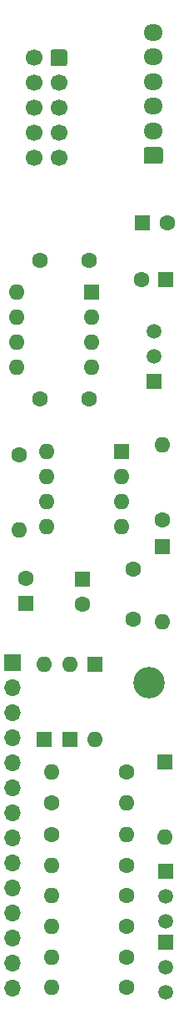
<source format=gbr>
%TF.GenerationSoftware,KiCad,Pcbnew,5.1.9+dfsg1-1~bpo10+1*%
%TF.CreationDate,2022-01-08T23:32:10+08:00*%
%TF.ProjectId,MiniADSR 1.0 - Main Board,4d696e69-4144-4535-9220-312e30202d20,rev?*%
%TF.SameCoordinates,Original*%
%TF.FileFunction,Soldermask,Top*%
%TF.FilePolarity,Negative*%
%FSLAX46Y46*%
G04 Gerber Fmt 4.6, Leading zero omitted, Abs format (unit mm)*
G04 Created by KiCad (PCBNEW 5.1.9+dfsg1-1~bpo10+1) date 2022-01-08 23:32:10*
%MOMM*%
%LPD*%
G01*
G04 APERTURE LIST*
%ADD10C,1.600000*%
%ADD11O,1.600000X1.600000*%
%ADD12R,1.600000X1.600000*%
%ADD13R,1.500000X1.500000*%
%ADD14C,1.500000*%
%ADD15R,1.700000X1.700000*%
%ADD16O,1.700000X1.700000*%
%ADD17C,3.200000*%
%ADD18O,1.950000X1.700000*%
%ADD19C,1.700000*%
G04 APERTURE END LIST*
D10*
%TO.C,C1*%
X149300000Y-111000000D03*
X149300000Y-116000000D03*
%TD*%
D11*
%TO.C,D1*%
X152500000Y-138120000D03*
D12*
X152500000Y-130500000D03*
%TD*%
D10*
%TO.C,R5*%
X152250000Y-106000000D03*
D11*
X152250000Y-98380000D03*
%TD*%
D12*
%TO.C,D2*%
X152250000Y-108675000D03*
D11*
X152250000Y-116295000D03*
%TD*%
D13*
%TO.C,Q1*%
X152600000Y-141600000D03*
D14*
X152600000Y-146680000D03*
X152600000Y-144140000D03*
%TD*%
D12*
%TO.C,U1*%
X148100000Y-99000000D03*
D11*
X140480000Y-106620000D03*
X148100000Y-101540000D03*
X140480000Y-104080000D03*
X148100000Y-104080000D03*
X140480000Y-101540000D03*
X148100000Y-106620000D03*
X140480000Y-99000000D03*
%TD*%
D10*
%TO.C,C2*%
X144100000Y-114500000D03*
D12*
X144100000Y-112000000D03*
%TD*%
D15*
%TO.C,J6*%
X137000000Y-120470000D03*
D16*
X137000000Y-123010000D03*
X137000000Y-125550000D03*
X137000000Y-128090000D03*
X137000000Y-130630000D03*
X137000000Y-133170000D03*
X137000000Y-135710000D03*
X137000000Y-138250000D03*
X137000000Y-140790000D03*
X137000000Y-143330000D03*
X137000000Y-145870000D03*
X137000000Y-148410000D03*
X137000000Y-150950000D03*
X137000000Y-153490000D03*
%TD*%
D10*
%TO.C,R3*%
X148600000Y-150300000D03*
D11*
X140980000Y-150300000D03*
%TD*%
D10*
%TO.C,R1*%
X148600000Y-153400000D03*
D11*
X140980000Y-153400000D03*
%TD*%
D13*
%TO.C,Q2*%
X152600000Y-148800000D03*
D14*
X152600000Y-153880000D03*
X152600000Y-151340000D03*
%TD*%
D13*
%TO.C,Q3*%
X151350000Y-91950000D03*
D14*
X151350000Y-86870000D03*
X151350000Y-89410000D03*
%TD*%
D11*
%TO.C,R9*%
X148620000Y-137900000D03*
D10*
X141000000Y-137900000D03*
%TD*%
D17*
%TO.C,REF\u002A\u002A*%
X150900000Y-122500000D03*
%TD*%
D11*
%TO.C,R10*%
X137700000Y-107020000D03*
D10*
X137700000Y-99400000D03*
%TD*%
%TO.C,R8*%
X148600000Y-131500000D03*
D11*
X140980000Y-131500000D03*
%TD*%
D10*
%TO.C,R7*%
X148600000Y-141000000D03*
D11*
X140980000Y-141000000D03*
%TD*%
%TO.C,R6*%
X148620000Y-134700000D03*
D10*
X141000000Y-134700000D03*
%TD*%
D11*
%TO.C,R4*%
X140980000Y-144100000D03*
D10*
X148600000Y-144100000D03*
%TD*%
D11*
%TO.C,R2*%
X140980000Y-147200000D03*
D10*
X148600000Y-147200000D03*
%TD*%
D12*
%TO.C,C3*%
X138300000Y-114400000D03*
D10*
X138300000Y-111900000D03*
%TD*%
%TO.C,C4*%
X152700000Y-75800000D03*
D12*
X150200000Y-75800000D03*
%TD*%
%TO.C,C5*%
X152600000Y-81600000D03*
D10*
X150100000Y-81600000D03*
%TD*%
%TO.C,C6*%
X144750000Y-79650000D03*
X139750000Y-79650000D03*
%TD*%
%TO.C,C7*%
X139800000Y-93700000D03*
X144800000Y-93700000D03*
%TD*%
D11*
%TO.C,D3*%
X142800000Y-120630000D03*
D12*
X142800000Y-128250000D03*
%TD*%
%TO.C,D4*%
X145400000Y-120650000D03*
D11*
X145400000Y-128270000D03*
%TD*%
D12*
%TO.C,D5*%
X140200000Y-128250000D03*
D11*
X140200000Y-120630000D03*
%TD*%
%TO.C,J3*%
G36*
G01*
X152025000Y-69850000D02*
X150575000Y-69850000D01*
G75*
G02*
X150325000Y-69600000I0J250000D01*
G01*
X150325000Y-68400000D01*
G75*
G02*
X150575000Y-68150000I250000J0D01*
G01*
X152025000Y-68150000D01*
G75*
G02*
X152275000Y-68400000I0J-250000D01*
G01*
X152275000Y-69600000D01*
G75*
G02*
X152025000Y-69850000I-250000J0D01*
G01*
G37*
D18*
X151300000Y-66500000D03*
X151300000Y-64000000D03*
X151300000Y-61500000D03*
X151300000Y-59000000D03*
X151300000Y-56500000D03*
%TD*%
%TO.C,J5*%
G36*
G01*
X142550000Y-58500000D02*
X142550000Y-59700000D01*
G75*
G02*
X142300000Y-59950000I-250000J0D01*
G01*
X141100000Y-59950000D01*
G75*
G02*
X140850000Y-59700000I0J250000D01*
G01*
X140850000Y-58500000D01*
G75*
G02*
X141100000Y-58250000I250000J0D01*
G01*
X142300000Y-58250000D01*
G75*
G02*
X142550000Y-58500000I0J-250000D01*
G01*
G37*
D19*
X141700000Y-61640000D03*
X141700000Y-64180000D03*
X141700000Y-66720000D03*
X141700000Y-69260000D03*
X139160000Y-59100000D03*
X139160000Y-61640000D03*
X139160000Y-64180000D03*
X139160000Y-66720000D03*
X139160000Y-69260000D03*
%TD*%
D11*
%TO.C,U2*%
X137380000Y-82850000D03*
X145000000Y-90470000D03*
X137380000Y-85390000D03*
X145000000Y-87930000D03*
X137380000Y-87930000D03*
X145000000Y-85390000D03*
X137380000Y-90470000D03*
D12*
X145000000Y-82850000D03*
%TD*%
M02*

</source>
